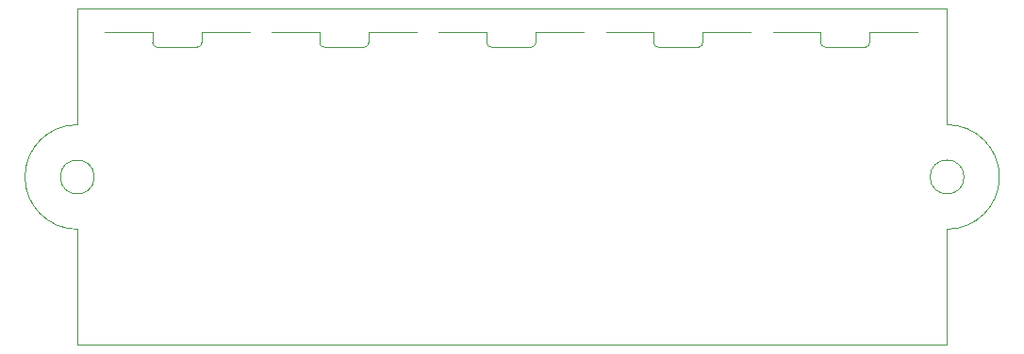
<source format=gbr>
%TF.GenerationSoftware,KiCad,Pcbnew,7.0.1-0*%
%TF.CreationDate,2024-04-25T19:19:39-04:00*%
%TF.ProjectId,mixer,6d697865-722e-46b6-9963-61645f706362,rev?*%
%TF.SameCoordinates,Original*%
%TF.FileFunction,Profile,NP*%
%FSLAX46Y46*%
G04 Gerber Fmt 4.6, Leading zero omitted, Abs format (unit mm)*
G04 Created by KiCad (PCBNEW 7.0.1-0) date 2024-04-25 19:19:39*
%MOMM*%
%LPD*%
G01*
G04 APERTURE LIST*
%TA.AperFunction,Profile*%
%ADD10C,0.100000*%
%TD*%
%TA.AperFunction,Profile*%
%ADD11C,0.120000*%
%TD*%
G04 APERTURE END LIST*
D10*
X104394000Y-107330000D02*
X104394000Y-117744000D01*
X104394000Y-87518000D02*
X182499000Y-87518000D01*
X104394000Y-97932000D02*
G75*
G03*
X104394000Y-107330000I0J-4699000D01*
G01*
X104394000Y-117744000D02*
X182499000Y-117744000D01*
X184023000Y-102631000D02*
G75*
G03*
X184023000Y-102631000I-1524000J0D01*
G01*
X182499000Y-87518000D02*
X182499000Y-97932000D01*
X182499000Y-107330000D02*
G75*
G03*
X182499000Y-97932000I0J4699000D01*
G01*
X104394000Y-97932000D02*
X104394000Y-87518000D01*
X105918000Y-102631000D02*
G75*
G03*
X105918000Y-102631000I-1524000J0D01*
G01*
X182499000Y-107330000D02*
X182499000Y-117744000D01*
D11*
%TO.C,U1*%
X115566000Y-90560000D02*
X115566000Y-89560000D01*
X115566000Y-89560000D02*
X119866000Y-89560000D01*
X111566000Y-90960000D02*
X115166000Y-90960000D01*
X111166000Y-90560000D02*
X111166000Y-89560000D01*
X111166000Y-89560000D02*
X106866000Y-89560000D01*
X115166000Y-90960000D02*
G75*
G03*
X115566000Y-90560000I-2J400002D01*
G01*
X111166000Y-90560000D02*
G75*
G03*
X111566000Y-90960000I400000J0D01*
G01*
%TO.C,U9*%
X175555000Y-90560000D02*
X175555000Y-89560000D01*
X175555000Y-89560000D02*
X179855000Y-89560000D01*
X171555000Y-90960000D02*
X175155000Y-90960000D01*
X171155000Y-90560000D02*
X171155000Y-89560000D01*
X171155000Y-89560000D02*
X166855000Y-89560000D01*
X175155000Y-90960000D02*
G75*
G03*
X175555000Y-90560000I-2J400002D01*
G01*
X171155000Y-90560000D02*
G75*
G03*
X171555000Y-90960000I400000J0D01*
G01*
%TO.C,U3*%
X130563250Y-90560000D02*
X130563250Y-89560000D01*
X130563250Y-89560000D02*
X134863250Y-89560000D01*
X126563250Y-90960000D02*
X130163250Y-90960000D01*
X126163250Y-90560000D02*
X126163250Y-89560000D01*
X126163250Y-89560000D02*
X121863250Y-89560000D01*
X130163250Y-90960000D02*
G75*
G03*
X130563250Y-90560000I-2J400002D01*
G01*
X126163250Y-90560000D02*
G75*
G03*
X126563250Y-90960000I400000J0D01*
G01*
%TO.C,U5*%
X145560500Y-90560000D02*
X145560500Y-89560000D01*
X145560500Y-89560000D02*
X149860500Y-89560000D01*
X141560500Y-90960000D02*
X145160500Y-90960000D01*
X141160500Y-90560000D02*
X141160500Y-89560000D01*
X141160500Y-89560000D02*
X136860500Y-89560000D01*
X145160500Y-90960000D02*
G75*
G03*
X145560500Y-90560000I-2J400002D01*
G01*
X141160500Y-90560000D02*
G75*
G03*
X141560500Y-90960000I400000J0D01*
G01*
%TO.C,U7*%
X160557750Y-90560000D02*
X160557750Y-89560000D01*
X160557750Y-89560000D02*
X164857750Y-89560000D01*
X156557750Y-90960000D02*
X160157750Y-90960000D01*
X156157750Y-90560000D02*
X156157750Y-89560000D01*
X156157750Y-89560000D02*
X151857750Y-89560000D01*
X160157750Y-90960000D02*
G75*
G03*
X160557750Y-90560000I-2J400002D01*
G01*
X156157750Y-90560000D02*
G75*
G03*
X156557750Y-90960000I400000J0D01*
G01*
%TD*%
M02*

</source>
